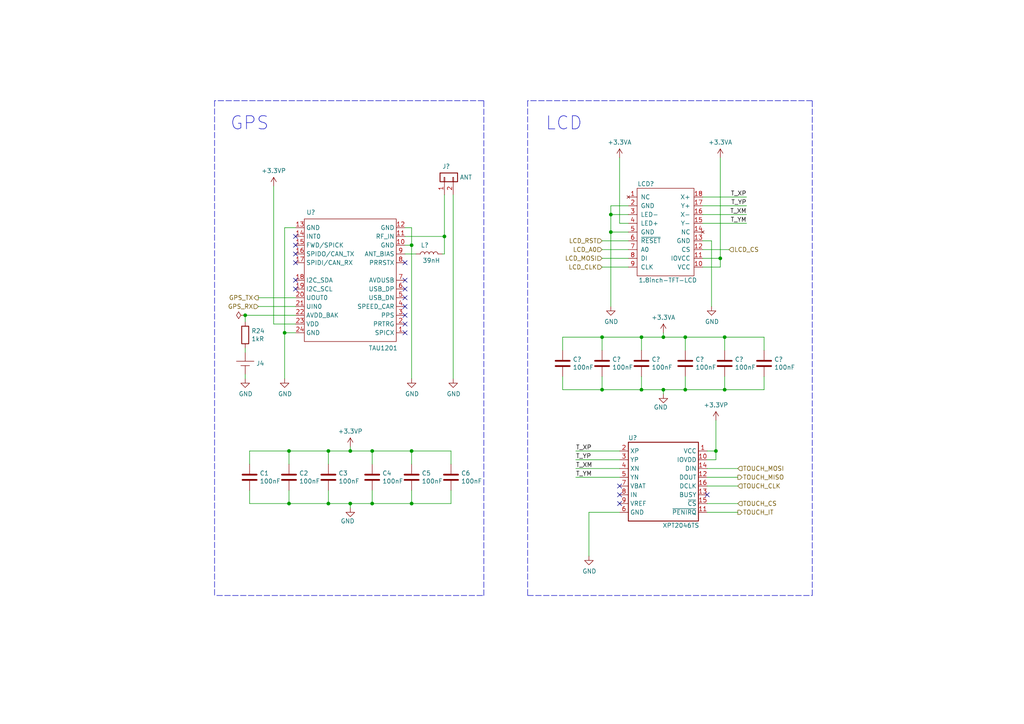
<source format=kicad_sch>
(kicad_sch (version 20211123) (generator eeschema)
  (paper "A4")
  (title_block (title "MM32 Control Board") (date "2022-03-28") (rev "1.4.1"))
  (lib_symbols
    (symbol "Connector_Generic:Conn_01x02" (pin_names (offset 1.016) hide)
      (property "Reference" "J" (at 0 2.54 0))
      (property "Value" "Conn_01x02" (at 0 -5.08 0))
      (symbol "Conn_01x02_1_1"
        (rectangle (start -1.27 -2.413) (end 0 -2.667) (stroke (width 0.1524)))
        (rectangle (start -1.27 0.127) (end 0 -0.127) (stroke (width 0.1524)))
        (rectangle (start -1.27 1.27) (end 1.27 -3.81) (stroke (width 0.254)))
        (pin passive line (at -5.08 0 0) (length 3.81) (name "Pin_1") (number "1"))
        (pin passive line (at -5.08 -2.54 0) (length 3.81) (name "Pin_2") (number "2"))
      )
    )
    (symbol "Device:C" (pin_numbers hide) (pin_names (offset 0.254))
      (property "Reference" "C" (at 0.635 2.54 0))
      (property "Value" "C" (at 0.635 -2.54 0))
      (symbol "C_0_1"
        (polyline (pts (xy -2.032 -0.762) (xy 2.032 -0.762)) (stroke (width 0.508)))
        (polyline (pts (xy -2.032 0.762) (xy 2.032 0.762)) (stroke (width 0.508)))
      )
      (symbol "C_1_1"
        (pin passive line (at 0 3.81 270) (length 2.794) (name "~") (number "1"))
        (pin passive line (at 0 -3.81 90) (length 2.794) (name "~") (number "2"))
      )
    )
    (symbol "Device:L" (pin_numbers hide) (pin_names (offset 1.016) hide)
      (property "Reference" "L" (at -1.27 0 90))
      (property "Value" "L" (at 1.905 0 90))
      (symbol "L_0_1"
        (arc (start 0 -2.54) (mid 0.635 -1.905) (end 0 -1.27))
        (arc (start 0 -1.27) (mid 0.635 -0.635) (end 0 0))
        (arc (start 0 0) (mid 0.635 0.635) (end 0 1.27))
        (arc (start 0 1.27) (mid 0.635 1.905) (end 0 2.54))
      )
      (symbol "L_1_1"
        (pin passive line (at 0 3.81 270) (length 1.27) (name "1") (number "1"))
        (pin passive line (at 0 -3.81 90) (length 1.27) (name "2") (number "2"))
      )
    )
    (symbol "Device:R" (pin_numbers hide) (pin_names (offset 0))
      (property "Reference" "R" (at 2.032 0 90))
      (property "Value" "R" (at 0 0 90))
      (symbol "R_0_1"
        (rectangle (start -1.016 -2.54) (end 1.016 2.54) (stroke (width 0.254)))
      )
      (symbol "R_1_1"
        (pin passive line (at 0 3.81 270) (length 1.27) (name "~") (number "1"))
        (pin passive line (at 0 -3.81 90) (length 1.27) (name "~") (number "2"))
      )
    )
    (symbol "Driver_Display:XPT2046TS"
      (property "Reference" "U" (at 1.27 24.13 0))
      (property "Value" "XPT2046TS" (at 8.89 24.13 0))
      (symbol "XPT2046TS_0_1"
        (rectangle (start 0 22.86) (end 20.32 0) (stroke (width 0.254)))
      )
      (symbol "XPT2046TS_1_1"
        (pin power_in line (at 22.86 20.32 180) (length 2.54) (name "VCC") (number "1"))
        (pin power_in line (at 22.86 17.78 180) (length 2.54) (name "IOVDD") (number "10"))
        (pin open_collector line (at 22.86 2.54 180) (length 2.54) (name "~{PENIRQ}") (number "11"))
        (pin output line (at 22.86 12.7 180) (length 2.54) (name "DOUT") (number "12"))
        (pin output line (at 22.86 7.62 180) (length 2.54) (name "BUSY") (number "13"))
        (pin input line (at 22.86 15.24 180) (length 2.54) (name "DIN") (number "14"))
        (pin input line (at 22.86 5.08 180) (length 2.54) (name "~{CS}") (number "15"))
        (pin input line (at 22.86 10.16 180) (length 2.54) (name "DCLK") (number "16"))
        (pin input line (at -2.54 20.32 0) (length 2.54) (name "XP") (number "2"))
        (pin input line (at -2.54 17.78 0) (length 2.54) (name "YP") (number "3"))
        (pin input line (at -2.54 15.24 0) (length 2.54) (name "XN") (number "4"))
        (pin input line (at -2.54 12.7 0) (length 2.54) (name "YN") (number "5"))
        (pin power_in line (at -2.54 2.54 0) (length 2.54) (name "GND") (number "6"))
        (pin power_in line (at -2.54 10.16 0) (length 2.54) (name "VBAT") (number "7"))
        (pin input line (at -2.54 7.62 0) (length 2.54) (name "IN") (number "8"))
        (pin bidirectional line (at -2.54 5.08 0) (length 2.54) (name "VREF") (number "9"))
      )
    )
    (symbol "MM32_Periph:1.8inch-TFT-LCD" (pin_names (offset 1.016))
      (property "Reference" "LCD" (at 2.54 26.67 0))
      (property "Value" "1.8inch-TFT-LCD" (at 7.62 -1.27 0))
      (symbol "1.8inch-TFT-LCD_0_1"
        (rectangle (start 0 25.4) (end 16.51 0))
      )
      (symbol "1.8inch-TFT-LCD_1_1"
        (pin no_connect line (at -2.54 22.86 0) (length 2.54) (name "NC") (number "1"))
        (pin power_in line (at 19.05 2.54 180) (length 2.54) (name "VCC") (number "10"))
        (pin power_in line (at 19.05 5.08 180) (length 2.54) (name "IOVCC") (number "11"))
        (pin input line (at 19.05 7.62 180) (length 2.54) (name "CS") (number "12"))
        (pin power_in line (at 19.05 10.16 180) (length 2.54) (name "GND") (number "13"))
        (pin no_connect line (at 19.05 12.7 180) (length 2.54) (name "NC") (number "14"))
        (pin passive line (at 19.05 15.24 180) (length 2.54) (name "Y-") (number "15"))
        (pin passive line (at 19.05 17.78 180) (length 2.54) (name "X-") (number "16"))
        (pin passive line (at 19.05 20.32 180) (length 2.54) (name "Y+") (number "17"))
        (pin passive line (at 19.05 22.86 180) (length 2.54) (name "X+") (number "18"))
        (pin power_in line (at -2.54 20.32 0) (length 2.54) (name "GND") (number "2"))
        (pin power_in line (at -2.54 17.78 0) (length 2.54) (name "LED-") (number "3"))
        (pin power_in line (at -2.54 15.24 0) (length 2.54) (name "LED+") (number "4"))
        (pin power_in line (at -2.54 12.7 0) (length 2.54) (name "GND") (number "5"))
        (pin input line (at -2.54 10.16 0) (length 2.54) (name "~{RESET}") (number "6"))
        (pin input line (at -2.54 7.62 0) (length 2.54) (name "A0") (number "7"))
        (pin input line (at -2.54 5.08 0) (length 2.54) (name "DI") (number "8"))
        (pin input line (at -2.54 2.54 0) (length 2.54) (name "CLK") (number "9"))
      )
    )
    (symbol "MM32_Periph:BAT_CR1220" (pin_numbers hide) (pin_names hide)
      (property "Reference" "J" (at 0 10.16 0))
      (property "Value" "BAT_CR1220" (at 6.35 -1.27 0))
      (symbol "BAT_CR1220_0_1"
        (polyline (pts (xy 0 3.81) (xy 5.08 3.81)))
        (polyline (pts (xy 1.27 2.54) (xy 3.81 2.54)))
      )
      (symbol "BAT_CR1220_1_1"
        (pin power_out line (at 2.54 6.35 270) (length 2.54) (name "P") (number "1"))
        (pin passive line (at 2.54 0 90) (length 2.54) (name "N") (number "2"))
      )
    )
    (symbol "MM32_Periph:TAU1201"
      (property "Reference" "U" (at 1.27 36.83 0))
      (property "Value" "TAU1201" (at 22.86 -1.27 0))
      (symbol "TAU1201_0_1"
        (rectangle (start 0 35.56) (end 26.67 0))
      )
      (symbol "TAU1201_1_1"
        (pin output line (at -2.54 33.02 0) (length 2.54) (name "SPICX") (number "1"))
        (pin power_in line (at -2.54 7.62 0) (length 2.54) (name "GND") (number "10"))
        (pin input line (at -2.54 5.08 0) (length 2.54) (name "RF_IN") (number "11"))
        (pin power_in line (at -2.54 2.54 0) (length 2.54) (name "GND") (number "12"))
        (pin power_in line (at 29.21 2.54 180) (length 2.54) (name "GND") (number "13"))
        (pin output line (at 29.21 5.08 180) (length 2.54) (name "INT0") (number "14"))
        (pin output line (at 29.21 7.62 180) (length 2.54) (name "FWD/SPICK") (number "15"))
        (pin output line (at 29.21 10.16 180) (length 2.54) (name "SPIDO/CAN_TX") (number "16"))
        (pin input line (at 29.21 12.7 180) (length 2.54) (name "SPIDI/CAN_RX") (number "17"))
        (pin bidirectional line (at 29.21 17.78 180) (length 2.54) (name "I2C_SDA") (number "18"))
        (pin output line (at 29.21 20.32 180) (length 2.54) (name "I2C_SCL") (number "19"))
        (pin input line (at -2.54 30.48 0) (length 2.54) (name "PRTRG") (number "2"))
        (pin output line (at 29.21 22.86 180) (length 2.54) (name "UOUT0") (number "20"))
        (pin input line (at 29.21 25.4 180) (length 2.54) (name "UIN0") (number "21"))
        (pin power_in line (at 29.21 27.94 180) (length 2.54) (name "AVDD_BAK") (number "22"))
        (pin power_in line (at 29.21 30.48 180) (length 2.54) (name "VDD") (number "23"))
        (pin power_in line (at 29.21 33.02 180) (length 2.54) (name "GND") (number "24"))
        (pin output line (at -2.54 27.94 0) (length 2.54) (name "PPS") (number "3"))
        (pin input line (at -2.54 25.4 0) (length 2.54) (name "SPEED_CAR") (number "4"))
        (pin bidirectional line (at -2.54 22.86 0) (length 2.54) (name "USB_DN") (number "5"))
        (pin bidirectional line (at -2.54 20.32 0) (length 2.54) (name "USB_DP") (number "6"))
        (pin power_in line (at -2.54 17.78 0) (length 2.54) (name "AVDUSB") (number "7"))
        (pin input line (at -2.54 12.7 0) (length 2.54) (name "PRRSTX") (number "8"))
        (pin output line (at -2.54 10.16 0) (length 2.54) (name "ANT_BIAS") (number "9"))
      )
    )
    (symbol "power:+3.3VA" (power) (pin_names (offset 0))
      (property "Value" "+3.3VA" (at 0 3.556 0))
      (symbol "+3.3VA_0_1"
        (polyline (pts (xy -0.762 1.27) (xy 0 2.54)))
        (polyline (pts (xy 0 0) (xy 0 2.54)))
        (polyline (pts (xy 0 2.54) (xy 0.762 1.27)))
      )
      (symbol "+3.3VA_1_1"
        (pin power_in line (at 0 0 90) (length 0) hide (name "+3.3VA") (number "1"))
      )
    )
    (symbol "power:+3.3VP" (power) (pin_names (offset 0))
      (property "Value" "+3.3VP" (at 0 2.54 0))
      (symbol "+3.3VP_0_0"
        (pin power_in line (at 0 0 90) (length 0) hide (name "+3.3VP") (number "1"))
      )
      (symbol "+3.3VP_0_1"
        (polyline (pts (xy -0.762 1.27) (xy 0 2.54)))
        (polyline (pts (xy 0 0) (xy 0 2.54)))
        (polyline (pts (xy 0 2.54) (xy 0.762 1.27)))
      )
    )
    (symbol "power:GND" (power) (pin_names (offset 0))
      (property "Value" "GND" (at 0 -3.81 0))
      (symbol "GND_0_1"
        (polyline (pts (xy 0 0) (xy 0 -1.27) (xy 1.27 -1.27) (xy 0 -2.54) (xy -1.27 -1.27) (xy 0 -1.27)))
      )
      (symbol "GND_1_1"
        (pin power_in line (at 0 0 270) (length 0) hide (name "GND") (number "1"))
      )
    )
    (symbol "power:PWR_FLAG" (power) (pin_numbers hide) (pin_names (offset 0) hide)
      (property "Value" "PWR_FLAG" (at 0 3.81 0))
      (symbol "PWR_FLAG_0_0"
        (pin power_out line (at 0 0 90) (length 0) (name "pwr") (number "1"))
      )
      (symbol "PWR_FLAG_0_1"
        (polyline (pts (xy 0 0) (xy 0 1.27) (xy -1.016 1.905) (xy 0 2.54) (xy 1.016 1.905) (xy 0 1.27)))
      )
    )
  )
  (junction (at 198.755 97.79))
  (junction (at 128.905 68.58))
  (junction (at 186.055 97.79))
  (junction (at 207.645 130.81))
  (junction (at 119.38 146.05))
  (junction (at 192.405 113.03))
  (junction (at 208.915 74.93))
  (junction (at 83.82 130.81))
  (junction (at 198.755 113.03))
  (junction (at 107.95 146.05))
  (junction (at 119.38 130.81))
  (junction (at 101.6 146.05))
  (junction (at 119.38 71.12))
  (junction (at 210.185 97.79))
  (junction (at 192.405 97.79))
  (junction (at 95.25 146.05))
  (junction (at 177.165 67.31))
  (junction (at 101.6 130.81))
  (junction (at 210.185 113.03))
  (junction (at 71.12 91.44))
  (junction (at 83.82 146.05))
  (junction (at 177.165 62.23))
  (junction (at 174.625 97.79))
  (junction (at 95.25 130.81))
  (junction (at 82.55 96.52))
  (junction (at 174.625 113.03))
  (junction (at 186.055 113.03))
  (junction (at 107.95 130.81))
  (no_connect (at 117.475 83.82))
  (no_connect (at 85.725 68.58))
  (no_connect (at 85.725 81.28))
  (no_connect (at 117.475 96.52))
  (no_connect (at 117.475 88.9))
  (no_connect (at 205.105 143.51))
  (no_connect (at 85.725 71.12))
  (no_connect (at 117.475 81.28))
  (no_connect (at 117.475 91.44))
  (no_connect (at 85.725 76.2))
  (no_connect (at 179.705 146.05))
  (no_connect (at 179.705 140.97))
  (no_connect (at 117.475 86.36))
  (no_connect (at 179.705 143.51))
  (no_connect (at 85.725 83.82))
  (no_connect (at 117.475 93.98))
  (no_connect (at 117.475 76.2))
  (no_connect (at 85.725 73.66))
  (wire (pts (xy 210.185 97.79) (xy 221.615 97.79)))
  (wire (pts (xy 174.625 109.22) (xy 174.625 113.03)))
  (wire (pts (xy 72.39 142.24) (xy 72.39 146.05)))
  (wire (pts (xy 216.535 59.69) (xy 203.835 59.69)))
  (wire (pts (xy 179.705 138.43) (xy 167.005 138.43)))
  (wire (pts (xy 95.25 146.05) (xy 101.6 146.05)))
  (wire (pts (xy 163.195 109.22) (xy 163.195 113.03)))
  (wire (pts (xy 198.755 113.03) (xy 210.185 113.03)))
  (wire (pts (xy 74.93 88.9) (xy 85.725 88.9)))
  (wire (pts (xy 95.25 142.24) (xy 95.25 146.05)))
  (wire (pts (xy 83.82 130.81) (xy 95.25 130.81)))
  (wire (pts (xy 213.995 140.97) (xy 205.105 140.97)))
  (wire (pts (xy 198.755 109.22) (xy 198.755 113.03)))
  (wire (pts (xy 198.755 97.79) (xy 210.185 97.79)))
  (wire (pts (xy 210.185 109.22) (xy 210.185 113.03)))
  (wire (pts (xy 119.38 142.24) (xy 119.38 146.05)))
  (wire (pts (xy 210.185 101.6) (xy 210.185 97.79)))
  (wire (pts (xy 72.39 134.62) (xy 72.39 130.81)))
  (wire (pts (xy 72.39 146.05) (xy 83.82 146.05)))
  (wire (pts (xy 174.625 69.85) (xy 182.245 69.85)))
  (wire (pts (xy 205.105 148.59) (xy 213.995 148.59)))
  (wire (pts (xy 192.405 114.3) (xy 192.405 113.03)))
  (wire (pts (xy 192.405 97.79) (xy 192.405 96.52)))
  (wire (pts (xy 130.81 146.05) (xy 130.81 142.24)))
  (wire (pts (xy 163.195 113.03) (xy 174.625 113.03)))
  (wire (pts (xy 119.38 71.12) (xy 119.38 109.855)))
  (wire (pts (xy 107.95 134.62) (xy 107.95 130.81)))
  (wire (pts (xy 198.755 101.6) (xy 198.755 97.79)))
  (wire (pts (xy 82.55 96.52) (xy 85.725 96.52)))
  (wire (pts (xy 131.445 56.515) (xy 131.445 109.855)))
  (wire (pts (xy 177.165 67.31) (xy 177.165 62.23)))
  (wire (pts (xy 117.475 68.58) (xy 128.905 68.58)))
  (wire (pts (xy 117.475 73.66) (xy 120.65 73.66)))
  (wire (pts (xy 107.95 142.24) (xy 107.95 146.05)))
  (wire (pts (xy 95.25 130.81) (xy 101.6 130.81)))
  (wire (pts (xy 216.535 64.77) (xy 203.835 64.77)))
  (wire (pts (xy 107.95 130.81) (xy 119.38 130.81)))
  (wire (pts (xy 208.915 74.93) (xy 208.915 45.72)))
  (wire (pts (xy 83.82 146.05) (xy 95.25 146.05)))
  (wire (pts (xy 207.645 130.81) (xy 207.645 133.35)))
  (wire (pts (xy 179.705 133.35) (xy 167.005 133.35)))
  (wire (pts (xy 119.38 66.04) (xy 119.38 71.12)))
  (wire (pts (xy 182.245 77.47) (xy 174.625 77.47)))
  (wire (pts (xy 179.705 64.77) (xy 179.705 45.72)))
  (polyline (pts (xy 235.585 29.21) (xy 153.035 29.21)))
  (wire (pts (xy 167.005 130.81) (xy 179.705 130.81)))
  (wire (pts (xy 82.55 66.04) (xy 82.55 96.52)))
  (wire (pts (xy 174.625 113.03) (xy 186.055 113.03)))
  (wire (pts (xy 186.055 97.79) (xy 192.405 97.79)))
  (wire (pts (xy 186.055 101.6) (xy 186.055 97.79)))
  (wire (pts (xy 130.81 130.81) (xy 130.81 134.62)))
  (wire (pts (xy 174.625 74.93) (xy 182.245 74.93)))
  (wire (pts (xy 182.245 72.39) (xy 174.625 72.39)))
  (wire (pts (xy 203.835 62.23) (xy 216.535 62.23)))
  (wire (pts (xy 208.915 77.47) (xy 208.915 74.93)))
  (wire (pts (xy 74.93 86.36) (xy 85.725 86.36)))
  (wire (pts (xy 205.105 146.05) (xy 213.995 146.05)))
  (wire (pts (xy 177.165 62.23) (xy 177.165 59.69)))
  (wire (pts (xy 177.165 59.69) (xy 182.245 59.69)))
  (wire (pts (xy 101.6 130.81) (xy 101.6 129.54)))
  (wire (pts (xy 79.375 53.975) (xy 79.375 93.98)))
  (wire (pts (xy 71.12 108.585) (xy 71.12 109.855)))
  (wire (pts (xy 71.12 100.965) (xy 71.12 102.235)))
  (polyline (pts (xy 153.035 172.72) (xy 235.585 172.72)))
  (polyline (pts (xy 62.23 29.21) (xy 62.23 172.72)))
  (wire (pts (xy 163.195 97.79) (xy 174.625 97.79)))
  (wire (pts (xy 117.475 66.04) (xy 119.38 66.04)))
  (wire (pts (xy 101.6 130.81) (xy 107.95 130.81)))
  (wire (pts (xy 203.835 77.47) (xy 208.915 77.47)))
  (wire (pts (xy 128.905 68.58) (xy 128.905 73.66)))
  (polyline (pts (xy 62.865 172.72) (xy 140.335 172.72)))
  (wire (pts (xy 79.375 93.98) (xy 85.725 93.98)))
  (wire (pts (xy 186.055 113.03) (xy 192.405 113.03)))
  (wire (pts (xy 203.835 57.15) (xy 216.535 57.15)))
  (wire (pts (xy 170.815 161.29) (xy 170.815 148.59)))
  (wire (pts (xy 83.82 134.62) (xy 83.82 130.81)))
  (polyline (pts (xy 140.335 172.72) (xy 140.335 29.21)))
  (wire (pts (xy 85.725 66.04) (xy 82.55 66.04)))
  (wire (pts (xy 167.005 135.89) (xy 179.705 135.89)))
  (wire (pts (xy 207.645 133.35) (xy 205.105 133.35)))
  (wire (pts (xy 95.25 134.62) (xy 95.25 130.81)))
  (wire (pts (xy 117.475 71.12) (xy 119.38 71.12)))
  (wire (pts (xy 210.185 113.03) (xy 221.615 113.03)))
  (wire (pts (xy 119.38 134.62) (xy 119.38 130.81)))
  (wire (pts (xy 182.245 64.77) (xy 179.705 64.77)))
  (wire (pts (xy 203.835 72.39) (xy 211.455 72.39)))
  (wire (pts (xy 182.245 62.23) (xy 177.165 62.23)))
  (wire (pts (xy 205.105 138.43) (xy 213.995 138.43)))
  (wire (pts (xy 213.995 135.89) (xy 205.105 135.89)))
  (wire (pts (xy 174.625 97.79) (xy 186.055 97.79)))
  (wire (pts (xy 203.835 69.85) (xy 206.375 69.85)))
  (polyline (pts (xy 235.585 172.72) (xy 235.585 29.21)))
  (wire (pts (xy 72.39 130.81) (xy 83.82 130.81)))
  (wire (pts (xy 85.725 91.44) (xy 71.12 91.44)))
  (wire (pts (xy 192.405 97.79) (xy 198.755 97.79)))
  (wire (pts (xy 221.615 113.03) (xy 221.615 109.22)))
  (wire (pts (xy 203.835 74.93) (xy 208.915 74.93)))
  (wire (pts (xy 119.38 130.81) (xy 130.81 130.81)))
  (wire (pts (xy 192.405 113.03) (xy 198.755 113.03)))
  (wire (pts (xy 186.055 109.22) (xy 186.055 113.03)))
  (polyline (pts (xy 140.335 29.21) (xy 62.23 29.21)))
  (wire (pts (xy 182.245 67.31) (xy 177.165 67.31)))
  (wire (pts (xy 170.815 148.59) (xy 179.705 148.59)))
  (wire (pts (xy 107.95 146.05) (xy 119.38 146.05)))
  (wire (pts (xy 128.27 73.66) (xy 128.905 73.66)))
  (wire (pts (xy 174.625 101.6) (xy 174.625 97.79)))
  (wire (pts (xy 207.645 121.92) (xy 207.645 130.81)))
  (wire (pts (xy 71.12 91.44) (xy 71.12 93.345)))
  (wire (pts (xy 83.82 142.24) (xy 83.82 146.05)))
  (wire (pts (xy 205.105 130.81) (xy 207.645 130.81)))
  (wire (pts (xy 101.6 147.32) (xy 101.6 146.05)))
  (wire (pts (xy 177.165 88.9) (xy 177.165 67.31)))
  (wire (pts (xy 101.6 146.05) (xy 107.95 146.05)))
  (wire (pts (xy 163.195 101.6) (xy 163.195 97.79)))
  (wire (pts (xy 206.375 69.85) (xy 206.375 88.9)))
  (polyline (pts (xy 153.035 29.21) (xy 153.035 172.72)))
  (wire (pts (xy 119.38 146.05) (xy 130.81 146.05)))
  (wire (pts (xy 128.905 68.58) (xy 128.905 56.515)))
  (wire (pts (xy 82.55 109.855) (xy 82.55 96.52)))
  (wire (pts (xy 221.615 97.79) (xy 221.615 101.6)))
  (text "GPS" (at 66.675 38.1 0) (effects (font (size 3.81 3.81)) (justify left bottom)))
  (text "LCD" (at 158.115 38.1 0) (effects (font (size 3.81 3.81)) (justify left bottom)))
  (label "T_YP" (at 216.535 59.69 180))
  (label "T_YM" (at 167.005 138.43 0))
  (label "T_XP" (at 216.535 57.15 180))
  (label "T_YM" (at 216.535 64.77 180))
  (label "T_XM" (at 216.535 62.23 180))
  (label "T_XM" (at 167.005 135.89 0))
  (label "T_YP" (at 167.005 133.35 0))
  (label "T_XP" (at 167.005 130.81 0))
  (hierarchical_label "TOUCH_MISO" (shape output) (at 213.995 138.43 0))
  (hierarchical_label "TOUCH_CLK" (shape input) (at 213.995 140.97 0))
  (hierarchical_label "LCD_RST" (shape input) (at 174.625 69.85 180))
  (hierarchical_label "TOUCH_MOSI" (shape input) (at 213.995 135.89 0))
  (hierarchical_label "TOUCH_CS" (shape input) (at 213.995 146.05 0))
  (hierarchical_label "LCD_CS" (shape input) (at 211.455 72.39 0))
  (hierarchical_label "GPS_RX" (shape input) (at 74.93 88.9 180))
  (hierarchical_label "LCD_CLK" (shape input) (at 174.625 77.47 180))
  (hierarchical_label "LCD_MOSI" (shape input) (at 174.625 74.93 180))
  (hierarchical_label "LCD_A0" (shape input) (at 174.625 72.39 180))
  (hierarchical_label "TOUCH_IT" (shape output) (at 213.995 148.59 0))
  (hierarchical_label "GPS_TX" (shape output) (at 74.93 86.36 180))
  (symbol (lib_id "power:GND") (at 82.55 109.855 0) (unit 1)
    (property "Reference" "#PWR?" (effects hide))
    (property "Value" "GND" (at 82.677 114.2492 0))
  )
  (symbol (lib_id "power:GND") (at 131.445 109.855 0) (unit 1)
    (property "Reference" "#PWR?" (effects hide))
    (property "Value" "GND" (at 131.572 114.2492 0))
  )
  (symbol (lib_id "Device:C") (at 221.615 105.41 0) (unit 1)
    (property "Reference" "C?" (at 224.536 104.2416 0) (effects (justify left)))
    (property "Value" "100nF" (at 224.536 106.553 0) (effects (justify left)))
    (property "Footprint" "Capacitor_SMD:C_0603_1608Metric" (effects hide))
  )
  (symbol (lib_id "power:+3.3VP") (at 79.375 53.975 0) (unit 1)
    (property "Reference" "#PWR01" (effects hide))
    (property "Value" "+3.3VP" (at 79.375 49.53 0))
  )
  (symbol (lib_id "power:+3.3VP") (at 101.6 129.54 0) (unit 1)
    (property "Reference" "#PWR03" (effects hide))
    (property "Value" "+3.3VP" (at 101.6 125.095 0))
  )
  (symbol (lib_id "power:+3.3VA") (at 208.915 45.72 0) (unit 1)
    (property "Reference" "#PWR014" (effects hide))
    (property "Value" "+3.3VA" (at 208.915 41.275 0))
  )
  (symbol (lib_id "power:PWR_FLAG") (at 71.12 91.44 90) (unit 1)
    (property "Reference" "#FLG0101" (effects hide))
    (property "Value" "PWR_FLAG" (effects hide))
  )
  (symbol (lib_id "power:GND") (at 119.38 109.855 0) (unit 1)
    (property "Reference" "#PWR?" (effects hide))
    (property "Value" "GND" (at 119.507 114.2492 0))
  )
  (symbol (lib_id "Device:C") (at 107.95 138.43 0) (unit 1)
    (property "Reference" "C4" (at 110.871 137.2616 0) (effects (justify left)))
    (property "Value" "100nF" (at 110.871 139.573 0) (effects (justify left)))
    (property "Footprint" "ControlBoard:C_0603_1608Metric" (effects hide))
  )
  (symbol (lib_id "Device:C") (at 130.81 138.43 0) (unit 1)
    (property "Reference" "C6" (at 133.731 137.2616 0) (effects (justify left)))
    (property "Value" "100nF" (at 133.731 139.573 0) (effects (justify left)))
    (property "Footprint" "ControlBoard:C_0603_1608Metric" (effects hide))
  )
  (symbol (lib_id "Device:R") (at 71.12 97.155 0) (unit 1)
    (property "Reference" "R24" (at 72.898 95.9866 0) (effects (justify left)))
    (property "Value" "1kR" (at 72.898 98.298 0) (effects (justify left)))
    (property "Footprint" "ControlBoard:R_0603_1608Metric" (effects hide))
  )
  (symbol (lib_id "Connector_Generic:Conn_01x02") (at 128.905 51.435 90) (unit 1)
    (property "Reference" "J?" (at 128.27 48.26 90) (effects (justify right)))
    (property "Value" "ANT" (at 133.35 51.435 90) (effects (justify right)))
    (property "Footprint" "ControlBoard:SMA_Molex_73251-2200_Horizontal" (effects hide))
  )
  (symbol (lib_id "Device:C") (at 95.25 138.43 0) (unit 1)
    (property "Reference" "C3" (at 98.171 137.2616 0) (effects (justify left)))
    (property "Value" "100nF" (at 98.171 139.573 0) (effects (justify left)))
    (property "Footprint" "ControlBoard:C_0603_1608Metric" (effects hide))
  )
  (symbol (lib_id "power:GND") (at 206.375 88.9 0) (unit 1)
    (property "Reference" "#PWR?" (effects hide))
    (property "Value" "GND" (at 206.502 93.2942 0))
  )
  (symbol (lib_id "Device:L") (at 124.46 73.66 90) (unit 1)
    (property "Reference" "L?" (at 123.19 71.12 90))
    (property "Value" "39nH" (at 125.095 75.565 90))
    (property "Footprint" "ControlBoard:L_0603_1608Metric" (effects hide))
  )
  (symbol (lib_id "power:GND") (at 71.12 109.855 0) (unit 1)
    (property "Reference" "#PWR015" (effects hide))
    (property "Value" "GND" (at 71.247 114.2492 0))
  )
  (symbol (lib_id "Driver_Display:XPT2046TS") (at 182.245 151.13 0) (unit 1)
    (property "Reference" "U?" (at 183.515 127 0))
    (property "Value" "XPT2046TS" (at 197.485 152.4 0))
    (property "Footprint" "Package_SO:TSSOP-16_4.4x5mm_P0.65mm" (effects hide))
    (property "Datasheet" "http://www.xptek.cn/uploadfile/download/201707171401161883.pdf" (effects hide))
  )
  (symbol (lib_id "power:GND") (at 192.405 114.3 0) (unit 1)
    (property "Reference" "#PWR?" (effects hide))
    (property "Value" "GND" (at 193.675 118.11 0) (effects (justify right)))
  )
  (symbol (lib_id "power:+3.3VA") (at 179.705 45.72 0) (unit 1)
    (property "Reference" "#PWR09" (effects hide))
    (property "Value" "+3.3VA" (at 179.705 41.275 0))
  )
  (symbol (lib_id "power:GND") (at 101.6 147.32 0) (unit 1)
    (property "Reference" "#PWR04" (effects hide))
    (property "Value" "GND" (at 102.87 151.13 0) (effects (justify right)))
  )
  (symbol (lib_id "power:+3.3VA") (at 192.405 96.52 0) (unit 1)
    (property "Reference" "#PWR010" (effects hide))
    (property "Value" "+3.3VA" (at 192.405 92.075 0))
  )
  (symbol (lib_id "Device:C") (at 119.38 138.43 0) (unit 1)
    (property "Reference" "C5" (at 122.301 137.2616 0) (effects (justify left)))
    (property "Value" "100nF" (at 122.301 139.573 0) (effects (justify left)))
    (property "Footprint" "ControlBoard:C_0603_1608Metric" (effects hide))
  )
  (symbol (lib_id "Device:C") (at 186.055 105.41 0) (unit 1)
    (property "Reference" "C?" (at 188.976 104.2416 0) (effects (justify left)))
    (property "Value" "100nF" (at 188.976 106.553 0) (effects (justify left)))
    (property "Footprint" "Capacitor_SMD:C_0603_1608Metric" (effects hide))
  )
  (symbol (lib_id "power:GND") (at 170.815 161.29 0) (unit 1)
    (property "Reference" "#PWR?" (effects hide))
    (property "Value" "GND" (at 170.942 165.6842 0))
  )
  (symbol (lib_id "MM32_Periph:BAT_CR1220") (at 68.58 108.585 0) (unit 1)
    (property "Reference" "J4" (at 74.295 105.41 0) (effects (justify left)))
    (property "Value" "BAT_CR1220" (effects hide))
    (property "Footprint" "ControlBoard:BAT_CR1220" (effects hide))
  )
  (symbol (lib_id "power:+3.3VP") (at 207.645 121.92 0) (unit 1)
    (property "Reference" "#PWR013" (effects hide))
    (property "Value" "+3.3VP" (at 207.645 117.475 0))
  )
  (symbol (lib_id "MM32_Periph:1.8inch-TFT-LCD") (at 184.785 80.01 0) (unit 1)
    (property "Reference" "LCD?" (at 187.325 53.34 0))
    (property "Value" "1.8inch-TFT-LCD" (at 193.675 81.28 0))
    (property "Footprint" "Display:TFT-LCD1.8inch" (effects hide))
  )
  (symbol (lib_id "Device:C") (at 83.82 138.43 0) (unit 1)
    (property "Reference" "C2" (at 86.741 137.2616 0) (effects (justify left)))
    (property "Value" "100nF" (at 86.741 139.573 0) (effects (justify left)))
    (property "Footprint" "ControlBoard:C_0603_1608Metric" (effects hide))
  )
  (symbol (lib_id "Device:C") (at 163.195 105.41 0) (unit 1)
    (property "Reference" "C?" (at 166.116 104.2416 0) (effects (justify left)))
    (property "Value" "100nF" (at 166.116 106.553 0) (effects (justify left)))
    (property "Footprint" "Capacitor_SMD:C_0603_1608Metric" (effects hide))
  )
  (symbol (lib_id "MM32_Periph:TAU1201") (at 114.935 63.5 180) (unit 1)
    (property "Reference" "U?" (at 90.17 61.595 0))
    (property "Value" "TAU1201" (at 111.125 100.965 0))
    (property "Footprint" "RF_GPS:ublox_NEO" (effects hide))
  )
  (symbol (lib_id "power:GND") (at 177.165 88.9 0) (unit 1)
    (property "Reference" "#PWR?" (effects hide))
    (property "Value" "GND" (at 177.292 93.2942 0))
  )
  (symbol (lib_id "Device:C") (at 174.625 105.41 0) (unit 1)
    (property "Reference" "C?" (at 177.546 104.2416 0) (effects (justify left)))
    (property "Value" "100nF" (at 177.546 106.553 0) (effects (justify left)))
    (property "Footprint" "Capacitor_SMD:C_0603_1608Metric" (effects hide))
  )
  (symbol (lib_id "Device:C") (at 198.755 105.41 0) (unit 1)
    (property "Reference" "C?" (at 201.676 104.2416 0) (effects (justify left)))
    (property "Value" "100nF" (at 201.676 106.553 0) (effects (justify left)))
    (property "Footprint" "Capacitor_SMD:C_0603_1608Metric" (effects hide))
  )
  (symbol (lib_id "Device:C") (at 72.39 138.43 0) (unit 1)
    (property "Reference" "C1" (at 75.311 137.2616 0) (effects (justify left)))
    (property "Value" "100nF" (at 75.311 139.573 0) (effects (justify left)))
    (property "Footprint" "ControlBoard:C_0603_1608Metric" (effects hide))
  )
  (symbol (lib_id "Device:C") (at 210.185 105.41 0) (unit 1)
    (property "Reference" "C?" (at 213.106 104.2416 0) (effects (justify left)))
    (property "Value" "100nF" (at 213.106 106.553 0) (effects (justify left)))
    (property "Footprint" "Capacitor_SMD:C_0603_1608Metric" (effects hide))
  )
)
</source>
